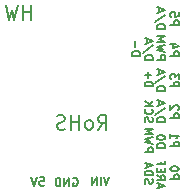
<source format=gbr>
%TF.GenerationSoftware,KiCad,Pcbnew,8.0.8+dfsg-1*%
%TF.CreationDate,2025-02-13T13:44:32+01:00*%
%TF.ProjectId,DigiKitkat,44696769-4b69-4746-9b61-742e6b696361,rev?*%
%TF.SameCoordinates,Original*%
%TF.FileFunction,Legend,Bot*%
%TF.FilePolarity,Positive*%
%FSLAX46Y46*%
G04 Gerber Fmt 4.6, Leading zero omitted, Abs format (unit mm)*
G04 Created by KiCad (PCBNEW 8.0.8+dfsg-1) date 2025-02-13 13:44:32*
%MOMM*%
%LPD*%
G01*
G04 APERTURE LIST*
%ADD10C,0.152000*%
%ADD11C,0.200000*%
G04 APERTURE END LIST*
D10*
X156875320Y-111302776D02*
X156875320Y-110969443D01*
X156675320Y-111369443D02*
X157375320Y-111136110D01*
X157375320Y-111136110D02*
X156675320Y-110902776D01*
X156675320Y-110269443D02*
X157008654Y-110502776D01*
X156675320Y-110669443D02*
X157375320Y-110669443D01*
X157375320Y-110669443D02*
X157375320Y-110402776D01*
X157375320Y-110402776D02*
X157341987Y-110336110D01*
X157341987Y-110336110D02*
X157308654Y-110302776D01*
X157308654Y-110302776D02*
X157241987Y-110269443D01*
X157241987Y-110269443D02*
X157141987Y-110269443D01*
X157141987Y-110269443D02*
X157075320Y-110302776D01*
X157075320Y-110302776D02*
X157041987Y-110336110D01*
X157041987Y-110336110D02*
X157008654Y-110402776D01*
X157008654Y-110402776D02*
X157008654Y-110669443D01*
X157041987Y-109969443D02*
X157041987Y-109736110D01*
X156675320Y-109636110D02*
X156675320Y-109969443D01*
X156675320Y-109969443D02*
X157375320Y-109969443D01*
X157375320Y-109969443D02*
X157375320Y-109636110D01*
X157041987Y-109102777D02*
X157041987Y-109336110D01*
X156675320Y-109336110D02*
X157375320Y-109336110D01*
X157375320Y-109336110D02*
X157375320Y-109002777D01*
X156675320Y-107919443D02*
X157375320Y-107919443D01*
X157375320Y-107919443D02*
X157375320Y-107752776D01*
X157375320Y-107752776D02*
X157341987Y-107652776D01*
X157341987Y-107652776D02*
X157275320Y-107586110D01*
X157275320Y-107586110D02*
X157208654Y-107552776D01*
X157208654Y-107552776D02*
X157075320Y-107519443D01*
X157075320Y-107519443D02*
X156975320Y-107519443D01*
X156975320Y-107519443D02*
X156841987Y-107552776D01*
X156841987Y-107552776D02*
X156775320Y-107586110D01*
X156775320Y-107586110D02*
X156708654Y-107652776D01*
X156708654Y-107652776D02*
X156675320Y-107752776D01*
X156675320Y-107752776D02*
X156675320Y-107919443D01*
X157375320Y-107086110D02*
X157375320Y-107019443D01*
X157375320Y-107019443D02*
X157341987Y-106952776D01*
X157341987Y-106952776D02*
X157308654Y-106919443D01*
X157308654Y-106919443D02*
X157241987Y-106886110D01*
X157241987Y-106886110D02*
X157108654Y-106852776D01*
X157108654Y-106852776D02*
X156941987Y-106852776D01*
X156941987Y-106852776D02*
X156808654Y-106886110D01*
X156808654Y-106886110D02*
X156741987Y-106919443D01*
X156741987Y-106919443D02*
X156708654Y-106952776D01*
X156708654Y-106952776D02*
X156675320Y-107019443D01*
X156675320Y-107019443D02*
X156675320Y-107086110D01*
X156675320Y-107086110D02*
X156708654Y-107152776D01*
X156708654Y-107152776D02*
X156741987Y-107186110D01*
X156741987Y-107186110D02*
X156808654Y-107219443D01*
X156808654Y-107219443D02*
X156941987Y-107252776D01*
X156941987Y-107252776D02*
X157108654Y-107252776D01*
X157108654Y-107252776D02*
X157241987Y-107219443D01*
X157241987Y-107219443D02*
X157308654Y-107186110D01*
X157308654Y-107186110D02*
X157341987Y-107152776D01*
X157341987Y-107152776D02*
X157375320Y-107086110D01*
X156675320Y-105719443D02*
X157375320Y-105719443D01*
X157375320Y-105719443D02*
X157375320Y-105552776D01*
X157375320Y-105552776D02*
X157341987Y-105452776D01*
X157341987Y-105452776D02*
X157275320Y-105386110D01*
X157275320Y-105386110D02*
X157208654Y-105352776D01*
X157208654Y-105352776D02*
X157075320Y-105319443D01*
X157075320Y-105319443D02*
X156975320Y-105319443D01*
X156975320Y-105319443D02*
X156841987Y-105352776D01*
X156841987Y-105352776D02*
X156775320Y-105386110D01*
X156775320Y-105386110D02*
X156708654Y-105452776D01*
X156708654Y-105452776D02*
X156675320Y-105552776D01*
X156675320Y-105552776D02*
X156675320Y-105719443D01*
X157408654Y-104519443D02*
X156508654Y-105119443D01*
X156875320Y-104319443D02*
X156875320Y-103986110D01*
X156675320Y-104386110D02*
X157375320Y-104152777D01*
X157375320Y-104152777D02*
X156675320Y-103919443D01*
X156675320Y-103079723D02*
X157375320Y-103079723D01*
X157375320Y-103079723D02*
X157375320Y-102913056D01*
X157375320Y-102913056D02*
X157341987Y-102813056D01*
X157341987Y-102813056D02*
X157275320Y-102746390D01*
X157275320Y-102746390D02*
X157208654Y-102713056D01*
X157208654Y-102713056D02*
X157075320Y-102679723D01*
X157075320Y-102679723D02*
X156975320Y-102679723D01*
X156975320Y-102679723D02*
X156841987Y-102713056D01*
X156841987Y-102713056D02*
X156775320Y-102746390D01*
X156775320Y-102746390D02*
X156708654Y-102813056D01*
X156708654Y-102813056D02*
X156675320Y-102913056D01*
X156675320Y-102913056D02*
X156675320Y-103079723D01*
X157408654Y-101879723D02*
X156508654Y-102479723D01*
X156875320Y-101679723D02*
X156875320Y-101346390D01*
X156675320Y-101746390D02*
X157375320Y-101513057D01*
X157375320Y-101513057D02*
X156675320Y-101279723D01*
X156675320Y-100461323D02*
X157375320Y-100461323D01*
X157375320Y-100461323D02*
X157375320Y-100194656D01*
X157375320Y-100194656D02*
X157341987Y-100127990D01*
X157341987Y-100127990D02*
X157308654Y-100094656D01*
X157308654Y-100094656D02*
X157241987Y-100061323D01*
X157241987Y-100061323D02*
X157141987Y-100061323D01*
X157141987Y-100061323D02*
X157075320Y-100094656D01*
X157075320Y-100094656D02*
X157041987Y-100127990D01*
X157041987Y-100127990D02*
X157008654Y-100194656D01*
X157008654Y-100194656D02*
X157008654Y-100461323D01*
X157375320Y-99827990D02*
X156675320Y-99661323D01*
X156675320Y-99661323D02*
X157175320Y-99527990D01*
X157175320Y-99527990D02*
X156675320Y-99394656D01*
X156675320Y-99394656D02*
X157375320Y-99227990D01*
X156675320Y-98961323D02*
X157375320Y-98961323D01*
X157375320Y-98961323D02*
X156875320Y-98727990D01*
X156875320Y-98727990D02*
X157375320Y-98494656D01*
X157375320Y-98494656D02*
X156675320Y-98494656D01*
X156675320Y-97840293D02*
X157375320Y-97840293D01*
X157375320Y-97840293D02*
X157375320Y-97673626D01*
X157375320Y-97673626D02*
X157341987Y-97573626D01*
X157341987Y-97573626D02*
X157275320Y-97506960D01*
X157275320Y-97506960D02*
X157208654Y-97473626D01*
X157208654Y-97473626D02*
X157075320Y-97440293D01*
X157075320Y-97440293D02*
X156975320Y-97440293D01*
X156975320Y-97440293D02*
X156841987Y-97473626D01*
X156841987Y-97473626D02*
X156775320Y-97506960D01*
X156775320Y-97506960D02*
X156708654Y-97573626D01*
X156708654Y-97573626D02*
X156675320Y-97673626D01*
X156675320Y-97673626D02*
X156675320Y-97840293D01*
X157408654Y-96640293D02*
X156508654Y-97240293D01*
X156875320Y-96440293D02*
X156875320Y-96106960D01*
X156675320Y-96506960D02*
X157375320Y-96273627D01*
X157375320Y-96273627D02*
X156675320Y-96040293D01*
X154579550Y-100111443D02*
X155279550Y-100111443D01*
X155279550Y-100111443D02*
X155279550Y-99944776D01*
X155279550Y-99944776D02*
X155246217Y-99844776D01*
X155246217Y-99844776D02*
X155179550Y-99778110D01*
X155179550Y-99778110D02*
X155112884Y-99744776D01*
X155112884Y-99744776D02*
X154979550Y-99711443D01*
X154979550Y-99711443D02*
X154879550Y-99711443D01*
X154879550Y-99711443D02*
X154746217Y-99744776D01*
X154746217Y-99744776D02*
X154679550Y-99778110D01*
X154679550Y-99778110D02*
X154612884Y-99844776D01*
X154612884Y-99844776D02*
X154579550Y-99944776D01*
X154579550Y-99944776D02*
X154579550Y-100111443D01*
X154846217Y-99411443D02*
X154846217Y-98878110D01*
X155642700Y-102729833D02*
X156342700Y-102729833D01*
X156342700Y-102729833D02*
X156342700Y-102563166D01*
X156342700Y-102563166D02*
X156309367Y-102463166D01*
X156309367Y-102463166D02*
X156242700Y-102396500D01*
X156242700Y-102396500D02*
X156176034Y-102363166D01*
X156176034Y-102363166D02*
X156042700Y-102329833D01*
X156042700Y-102329833D02*
X155942700Y-102329833D01*
X155942700Y-102329833D02*
X155809367Y-102363166D01*
X155809367Y-102363166D02*
X155742700Y-102396500D01*
X155742700Y-102396500D02*
X155676034Y-102463166D01*
X155676034Y-102463166D02*
X155642700Y-102563166D01*
X155642700Y-102563166D02*
X155642700Y-102729833D01*
X155909367Y-102029833D02*
X155909367Y-101496500D01*
X155642700Y-101763166D02*
X156176034Y-101763166D01*
X155642710Y-100461323D02*
X156342710Y-100461323D01*
X156342710Y-100461323D02*
X156342710Y-100294656D01*
X156342710Y-100294656D02*
X156309377Y-100194656D01*
X156309377Y-100194656D02*
X156242710Y-100127990D01*
X156242710Y-100127990D02*
X156176044Y-100094656D01*
X156176044Y-100094656D02*
X156042710Y-100061323D01*
X156042710Y-100061323D02*
X155942710Y-100061323D01*
X155942710Y-100061323D02*
X155809377Y-100094656D01*
X155809377Y-100094656D02*
X155742710Y-100127990D01*
X155742710Y-100127990D02*
X155676044Y-100194656D01*
X155676044Y-100194656D02*
X155642710Y-100294656D01*
X155642710Y-100294656D02*
X155642710Y-100461323D01*
X156376044Y-99261323D02*
X155476044Y-99861323D01*
X155842710Y-99061323D02*
X155842710Y-98727990D01*
X155642710Y-99127990D02*
X156342710Y-98894657D01*
X156342710Y-98894657D02*
X155642710Y-98661323D01*
X155642710Y-108269323D02*
X156342710Y-108269323D01*
X156342710Y-108269323D02*
X156342710Y-108002656D01*
X156342710Y-108002656D02*
X156309377Y-107935990D01*
X156309377Y-107935990D02*
X156276044Y-107902656D01*
X156276044Y-107902656D02*
X156209377Y-107869323D01*
X156209377Y-107869323D02*
X156109377Y-107869323D01*
X156109377Y-107869323D02*
X156042710Y-107902656D01*
X156042710Y-107902656D02*
X156009377Y-107935990D01*
X156009377Y-107935990D02*
X155976044Y-108002656D01*
X155976044Y-108002656D02*
X155976044Y-108269323D01*
X156342710Y-107635990D02*
X155642710Y-107469323D01*
X155642710Y-107469323D02*
X156142710Y-107335990D01*
X156142710Y-107335990D02*
X155642710Y-107202656D01*
X155642710Y-107202656D02*
X156342710Y-107035990D01*
X155642710Y-106769323D02*
X156342710Y-106769323D01*
X156342710Y-106769323D02*
X155842710Y-106535990D01*
X155842710Y-106535990D02*
X156342710Y-106302656D01*
X156342710Y-106302656D02*
X155642710Y-106302656D01*
X155676034Y-105752776D02*
X155642700Y-105652776D01*
X155642700Y-105652776D02*
X155642700Y-105486110D01*
X155642700Y-105486110D02*
X155676034Y-105419443D01*
X155676034Y-105419443D02*
X155709367Y-105386110D01*
X155709367Y-105386110D02*
X155776034Y-105352776D01*
X155776034Y-105352776D02*
X155842700Y-105352776D01*
X155842700Y-105352776D02*
X155909367Y-105386110D01*
X155909367Y-105386110D02*
X155942700Y-105419443D01*
X155942700Y-105419443D02*
X155976034Y-105486110D01*
X155976034Y-105486110D02*
X156009367Y-105619443D01*
X156009367Y-105619443D02*
X156042700Y-105686110D01*
X156042700Y-105686110D02*
X156076034Y-105719443D01*
X156076034Y-105719443D02*
X156142700Y-105752776D01*
X156142700Y-105752776D02*
X156209367Y-105752776D01*
X156209367Y-105752776D02*
X156276034Y-105719443D01*
X156276034Y-105719443D02*
X156309367Y-105686110D01*
X156309367Y-105686110D02*
X156342700Y-105619443D01*
X156342700Y-105619443D02*
X156342700Y-105452776D01*
X156342700Y-105452776D02*
X156309367Y-105352776D01*
X155709367Y-104652776D02*
X155676034Y-104686109D01*
X155676034Y-104686109D02*
X155642700Y-104786109D01*
X155642700Y-104786109D02*
X155642700Y-104852776D01*
X155642700Y-104852776D02*
X155676034Y-104952776D01*
X155676034Y-104952776D02*
X155742700Y-105019443D01*
X155742700Y-105019443D02*
X155809367Y-105052776D01*
X155809367Y-105052776D02*
X155942700Y-105086109D01*
X155942700Y-105086109D02*
X156042700Y-105086109D01*
X156042700Y-105086109D02*
X156176034Y-105052776D01*
X156176034Y-105052776D02*
X156242700Y-105019443D01*
X156242700Y-105019443D02*
X156309367Y-104952776D01*
X156309367Y-104952776D02*
X156342700Y-104852776D01*
X156342700Y-104852776D02*
X156342700Y-104786109D01*
X156342700Y-104786109D02*
X156309367Y-104686109D01*
X156309367Y-104686109D02*
X156276034Y-104652776D01*
X155642700Y-104352776D02*
X156342700Y-104352776D01*
X155642700Y-103952776D02*
X156042700Y-104252776D01*
X156342700Y-103952776D02*
X155942700Y-104352776D01*
X155676044Y-110952886D02*
X155642710Y-110852886D01*
X155642710Y-110852886D02*
X155642710Y-110686220D01*
X155642710Y-110686220D02*
X155676044Y-110619553D01*
X155676044Y-110619553D02*
X155709377Y-110586220D01*
X155709377Y-110586220D02*
X155776044Y-110552886D01*
X155776044Y-110552886D02*
X155842710Y-110552886D01*
X155842710Y-110552886D02*
X155909377Y-110586220D01*
X155909377Y-110586220D02*
X155942710Y-110619553D01*
X155942710Y-110619553D02*
X155976044Y-110686220D01*
X155976044Y-110686220D02*
X156009377Y-110819553D01*
X156009377Y-110819553D02*
X156042710Y-110886220D01*
X156042710Y-110886220D02*
X156076044Y-110919553D01*
X156076044Y-110919553D02*
X156142710Y-110952886D01*
X156142710Y-110952886D02*
X156209377Y-110952886D01*
X156209377Y-110952886D02*
X156276044Y-110919553D01*
X156276044Y-110919553D02*
X156309377Y-110886220D01*
X156309377Y-110886220D02*
X156342710Y-110819553D01*
X156342710Y-110819553D02*
X156342710Y-110652886D01*
X156342710Y-110652886D02*
X156309377Y-110552886D01*
X155642710Y-110252886D02*
X156342710Y-110252886D01*
X156342710Y-110252886D02*
X156342710Y-110086219D01*
X156342710Y-110086219D02*
X156309377Y-109986219D01*
X156309377Y-109986219D02*
X156242710Y-109919553D01*
X156242710Y-109919553D02*
X156176044Y-109886219D01*
X156176044Y-109886219D02*
X156042710Y-109852886D01*
X156042710Y-109852886D02*
X155942710Y-109852886D01*
X155942710Y-109852886D02*
X155809377Y-109886219D01*
X155809377Y-109886219D02*
X155742710Y-109919553D01*
X155742710Y-109919553D02*
X155676044Y-109986219D01*
X155676044Y-109986219D02*
X155642710Y-110086219D01*
X155642710Y-110086219D02*
X155642710Y-110252886D01*
X155842710Y-109586219D02*
X155842710Y-109252886D01*
X155642710Y-109652886D02*
X156342710Y-109419553D01*
X156342710Y-109419553D02*
X155642710Y-109186219D01*
X146763500Y-110428279D02*
X147096833Y-110428279D01*
X147096833Y-110428279D02*
X147130166Y-110761612D01*
X147130166Y-110761612D02*
X147096833Y-110728279D01*
X147096833Y-110728279D02*
X147030166Y-110694946D01*
X147030166Y-110694946D02*
X146863500Y-110694946D01*
X146863500Y-110694946D02*
X146796833Y-110728279D01*
X146796833Y-110728279D02*
X146763500Y-110761612D01*
X146763500Y-110761612D02*
X146730166Y-110828279D01*
X146730166Y-110828279D02*
X146730166Y-110994946D01*
X146730166Y-110994946D02*
X146763500Y-111061612D01*
X146763500Y-111061612D02*
X146796833Y-111094946D01*
X146796833Y-111094946D02*
X146863500Y-111128279D01*
X146863500Y-111128279D02*
X147030166Y-111128279D01*
X147030166Y-111128279D02*
X147096833Y-111094946D01*
X147096833Y-111094946D02*
X147130166Y-111061612D01*
X146530166Y-110428279D02*
X146296833Y-111128279D01*
X146296833Y-111128279D02*
X146063499Y-110428279D01*
X149580166Y-110511612D02*
X149646833Y-110478279D01*
X149646833Y-110478279D02*
X149746833Y-110478279D01*
X149746833Y-110478279D02*
X149846833Y-110511612D01*
X149846833Y-110511612D02*
X149913500Y-110578279D01*
X149913500Y-110578279D02*
X149946833Y-110644946D01*
X149946833Y-110644946D02*
X149980166Y-110778279D01*
X149980166Y-110778279D02*
X149980166Y-110878279D01*
X149980166Y-110878279D02*
X149946833Y-111011612D01*
X149946833Y-111011612D02*
X149913500Y-111078279D01*
X149913500Y-111078279D02*
X149846833Y-111144946D01*
X149846833Y-111144946D02*
X149746833Y-111178279D01*
X149746833Y-111178279D02*
X149680166Y-111178279D01*
X149680166Y-111178279D02*
X149580166Y-111144946D01*
X149580166Y-111144946D02*
X149546833Y-111111612D01*
X149546833Y-111111612D02*
X149546833Y-110878279D01*
X149546833Y-110878279D02*
X149680166Y-110878279D01*
X149246833Y-111178279D02*
X149246833Y-110478279D01*
X149246833Y-110478279D02*
X148846833Y-111178279D01*
X148846833Y-111178279D02*
X148846833Y-110478279D01*
X148513500Y-111178279D02*
X148513500Y-110478279D01*
X148513500Y-110478279D02*
X148346833Y-110478279D01*
X148346833Y-110478279D02*
X148246833Y-110511612D01*
X148246833Y-110511612D02*
X148180167Y-110578279D01*
X148180167Y-110578279D02*
X148146833Y-110644946D01*
X148146833Y-110644946D02*
X148113500Y-110778279D01*
X148113500Y-110778279D02*
X148113500Y-110878279D01*
X148113500Y-110878279D02*
X148146833Y-111011612D01*
X148146833Y-111011612D02*
X148180167Y-111078279D01*
X148180167Y-111078279D02*
X148246833Y-111144946D01*
X148246833Y-111144946D02*
X148346833Y-111178279D01*
X148346833Y-111178279D02*
X148513500Y-111178279D01*
X152641193Y-110369769D02*
X152407860Y-111069769D01*
X152407860Y-111069769D02*
X152174526Y-110369769D01*
X151941193Y-111069769D02*
X151941193Y-110369769D01*
X151607860Y-111069769D02*
X151607860Y-110369769D01*
X151607860Y-110369769D02*
X151207860Y-111069769D01*
X151207860Y-111069769D02*
X151207860Y-110369769D01*
D11*
X146048207Y-97077842D02*
X146048207Y-95877842D01*
X146048207Y-96449271D02*
X145362493Y-96449271D01*
X145362493Y-97077842D02*
X145362493Y-95877842D01*
X144905350Y-95877842D02*
X144619636Y-97077842D01*
X144619636Y-97077842D02*
X144391064Y-96220700D01*
X144391064Y-96220700D02*
X144162493Y-97077842D01*
X144162493Y-97077842D02*
X143876779Y-95877842D01*
X151712493Y-106377842D02*
X152112493Y-105806414D01*
X152398207Y-106377842D02*
X152398207Y-105177842D01*
X152398207Y-105177842D02*
X151941064Y-105177842D01*
X151941064Y-105177842D02*
X151826779Y-105234985D01*
X151826779Y-105234985D02*
X151769636Y-105292128D01*
X151769636Y-105292128D02*
X151712493Y-105406414D01*
X151712493Y-105406414D02*
X151712493Y-105577842D01*
X151712493Y-105577842D02*
X151769636Y-105692128D01*
X151769636Y-105692128D02*
X151826779Y-105749271D01*
X151826779Y-105749271D02*
X151941064Y-105806414D01*
X151941064Y-105806414D02*
X152398207Y-105806414D01*
X151026779Y-106377842D02*
X151141064Y-106320700D01*
X151141064Y-106320700D02*
X151198207Y-106263557D01*
X151198207Y-106263557D02*
X151255350Y-106149271D01*
X151255350Y-106149271D02*
X151255350Y-105806414D01*
X151255350Y-105806414D02*
X151198207Y-105692128D01*
X151198207Y-105692128D02*
X151141064Y-105634985D01*
X151141064Y-105634985D02*
X151026779Y-105577842D01*
X151026779Y-105577842D02*
X150855350Y-105577842D01*
X150855350Y-105577842D02*
X150741064Y-105634985D01*
X150741064Y-105634985D02*
X150683922Y-105692128D01*
X150683922Y-105692128D02*
X150626779Y-105806414D01*
X150626779Y-105806414D02*
X150626779Y-106149271D01*
X150626779Y-106149271D02*
X150683922Y-106263557D01*
X150683922Y-106263557D02*
X150741064Y-106320700D01*
X150741064Y-106320700D02*
X150855350Y-106377842D01*
X150855350Y-106377842D02*
X151026779Y-106377842D01*
X150112493Y-106377842D02*
X150112493Y-105177842D01*
X150112493Y-105749271D02*
X149426779Y-105749271D01*
X149426779Y-106377842D02*
X149426779Y-105177842D01*
X148912493Y-106320700D02*
X148741065Y-106377842D01*
X148741065Y-106377842D02*
X148455350Y-106377842D01*
X148455350Y-106377842D02*
X148341065Y-106320700D01*
X148341065Y-106320700D02*
X148283922Y-106263557D01*
X148283922Y-106263557D02*
X148226779Y-106149271D01*
X148226779Y-106149271D02*
X148226779Y-106034985D01*
X148226779Y-106034985D02*
X148283922Y-105920700D01*
X148283922Y-105920700D02*
X148341065Y-105863557D01*
X148341065Y-105863557D02*
X148455350Y-105806414D01*
X148455350Y-105806414D02*
X148683922Y-105749271D01*
X148683922Y-105749271D02*
X148798207Y-105692128D01*
X148798207Y-105692128D02*
X148855350Y-105634985D01*
X148855350Y-105634985D02*
X148912493Y-105520700D01*
X148912493Y-105520700D02*
X148912493Y-105406414D01*
X148912493Y-105406414D02*
X148855350Y-105292128D01*
X148855350Y-105292128D02*
X148798207Y-105234985D01*
X148798207Y-105234985D02*
X148683922Y-105177842D01*
X148683922Y-105177842D02*
X148398207Y-105177842D01*
X148398207Y-105177842D02*
X148226779Y-105234985D01*
D10*
X157818580Y-97493043D02*
X158518580Y-97493043D01*
X158518580Y-97493043D02*
X158518580Y-97226376D01*
X158518580Y-97226376D02*
X158485247Y-97159710D01*
X158485247Y-97159710D02*
X158451914Y-97126376D01*
X158451914Y-97126376D02*
X158385247Y-97093043D01*
X158385247Y-97093043D02*
X158285247Y-97093043D01*
X158285247Y-97093043D02*
X158218580Y-97126376D01*
X158218580Y-97126376D02*
X158185247Y-97159710D01*
X158185247Y-97159710D02*
X158151914Y-97226376D01*
X158151914Y-97226376D02*
X158151914Y-97493043D01*
X158518580Y-96459710D02*
X158518580Y-96793043D01*
X158518580Y-96793043D02*
X158185247Y-96826376D01*
X158185247Y-96826376D02*
X158218580Y-96793043D01*
X158218580Y-96793043D02*
X158251914Y-96726376D01*
X158251914Y-96726376D02*
X158251914Y-96559710D01*
X158251914Y-96559710D02*
X158218580Y-96493043D01*
X158218580Y-96493043D02*
X158185247Y-96459710D01*
X158185247Y-96459710D02*
X158118580Y-96426376D01*
X158118580Y-96426376D02*
X157951914Y-96426376D01*
X157951914Y-96426376D02*
X157885247Y-96459710D01*
X157885247Y-96459710D02*
X157851914Y-96493043D01*
X157851914Y-96493043D02*
X157818580Y-96559710D01*
X157818580Y-96559710D02*
X157818580Y-96726376D01*
X157818580Y-96726376D02*
X157851914Y-96793043D01*
X157851914Y-96793043D02*
X157885247Y-96826376D01*
X157818580Y-100111443D02*
X158518580Y-100111443D01*
X158518580Y-100111443D02*
X158518580Y-99844776D01*
X158518580Y-99844776D02*
X158485247Y-99778110D01*
X158485247Y-99778110D02*
X158451914Y-99744776D01*
X158451914Y-99744776D02*
X158385247Y-99711443D01*
X158385247Y-99711443D02*
X158285247Y-99711443D01*
X158285247Y-99711443D02*
X158218580Y-99744776D01*
X158218580Y-99744776D02*
X158185247Y-99778110D01*
X158185247Y-99778110D02*
X158151914Y-99844776D01*
X158151914Y-99844776D02*
X158151914Y-100111443D01*
X158285247Y-99111443D02*
X157818580Y-99111443D01*
X158551914Y-99278110D02*
X158051914Y-99444776D01*
X158051914Y-99444776D02*
X158051914Y-99011443D01*
X157818580Y-102729833D02*
X158518580Y-102729833D01*
X158518580Y-102729833D02*
X158518580Y-102463166D01*
X158518580Y-102463166D02*
X158485247Y-102396500D01*
X158485247Y-102396500D02*
X158451914Y-102363166D01*
X158451914Y-102363166D02*
X158385247Y-102329833D01*
X158385247Y-102329833D02*
X158285247Y-102329833D01*
X158285247Y-102329833D02*
X158218580Y-102363166D01*
X158218580Y-102363166D02*
X158185247Y-102396500D01*
X158185247Y-102396500D02*
X158151914Y-102463166D01*
X158151914Y-102463166D02*
X158151914Y-102729833D01*
X158518580Y-102096500D02*
X158518580Y-101663166D01*
X158518580Y-101663166D02*
X158251914Y-101896500D01*
X158251914Y-101896500D02*
X158251914Y-101796500D01*
X158251914Y-101796500D02*
X158218580Y-101729833D01*
X158218580Y-101729833D02*
X158185247Y-101696500D01*
X158185247Y-101696500D02*
X158118580Y-101663166D01*
X158118580Y-101663166D02*
X157951914Y-101663166D01*
X157951914Y-101663166D02*
X157885247Y-101696500D01*
X157885247Y-101696500D02*
X157851914Y-101729833D01*
X157851914Y-101729833D02*
X157818580Y-101796500D01*
X157818580Y-101796500D02*
X157818580Y-101996500D01*
X157818580Y-101996500D02*
X157851914Y-102063166D01*
X157851914Y-102063166D02*
X157885247Y-102096500D01*
X157818580Y-105369553D02*
X158518580Y-105369553D01*
X158518580Y-105369553D02*
X158518580Y-105102886D01*
X158518580Y-105102886D02*
X158485247Y-105036220D01*
X158485247Y-105036220D02*
X158451914Y-105002886D01*
X158451914Y-105002886D02*
X158385247Y-104969553D01*
X158385247Y-104969553D02*
X158285247Y-104969553D01*
X158285247Y-104969553D02*
X158218580Y-105002886D01*
X158218580Y-105002886D02*
X158185247Y-105036220D01*
X158185247Y-105036220D02*
X158151914Y-105102886D01*
X158151914Y-105102886D02*
X158151914Y-105369553D01*
X158451914Y-104702886D02*
X158485247Y-104669553D01*
X158485247Y-104669553D02*
X158518580Y-104602886D01*
X158518580Y-104602886D02*
X158518580Y-104436220D01*
X158518580Y-104436220D02*
X158485247Y-104369553D01*
X158485247Y-104369553D02*
X158451914Y-104336220D01*
X158451914Y-104336220D02*
X158385247Y-104302886D01*
X158385247Y-104302886D02*
X158318580Y-104302886D01*
X158318580Y-104302886D02*
X158218580Y-104336220D01*
X158218580Y-104336220D02*
X157818580Y-104736220D01*
X157818580Y-104736220D02*
X157818580Y-104302886D01*
X157818580Y-110569663D02*
X158518580Y-110569663D01*
X158518580Y-110569663D02*
X158518580Y-110302996D01*
X158518580Y-110302996D02*
X158485247Y-110236330D01*
X158485247Y-110236330D02*
X158451914Y-110202996D01*
X158451914Y-110202996D02*
X158385247Y-110169663D01*
X158385247Y-110169663D02*
X158285247Y-110169663D01*
X158285247Y-110169663D02*
X158218580Y-110202996D01*
X158218580Y-110202996D02*
X158185247Y-110236330D01*
X158185247Y-110236330D02*
X158151914Y-110302996D01*
X158151914Y-110302996D02*
X158151914Y-110569663D01*
X158518580Y-109736330D02*
X158518580Y-109669663D01*
X158518580Y-109669663D02*
X158485247Y-109602996D01*
X158485247Y-109602996D02*
X158451914Y-109569663D01*
X158451914Y-109569663D02*
X158385247Y-109536330D01*
X158385247Y-109536330D02*
X158251914Y-109502996D01*
X158251914Y-109502996D02*
X158085247Y-109502996D01*
X158085247Y-109502996D02*
X157951914Y-109536330D01*
X157951914Y-109536330D02*
X157885247Y-109569663D01*
X157885247Y-109569663D02*
X157851914Y-109602996D01*
X157851914Y-109602996D02*
X157818580Y-109669663D01*
X157818580Y-109669663D02*
X157818580Y-109736330D01*
X157818580Y-109736330D02*
X157851914Y-109802996D01*
X157851914Y-109802996D02*
X157885247Y-109836330D01*
X157885247Y-109836330D02*
X157951914Y-109869663D01*
X157951914Y-109869663D02*
X158085247Y-109902996D01*
X158085247Y-109902996D02*
X158251914Y-109902996D01*
X158251914Y-109902996D02*
X158385247Y-109869663D01*
X158385247Y-109869663D02*
X158451914Y-109836330D01*
X158451914Y-109836330D02*
X158485247Y-109802996D01*
X158485247Y-109802996D02*
X158518580Y-109736330D01*
X157818580Y-107802813D02*
X158518580Y-107802813D01*
X158518580Y-107802813D02*
X158518580Y-107536146D01*
X158518580Y-107536146D02*
X158485247Y-107469480D01*
X158485247Y-107469480D02*
X158451914Y-107436146D01*
X158451914Y-107436146D02*
X158385247Y-107402813D01*
X158385247Y-107402813D02*
X158285247Y-107402813D01*
X158285247Y-107402813D02*
X158218580Y-107436146D01*
X158218580Y-107436146D02*
X158185247Y-107469480D01*
X158185247Y-107469480D02*
X158151914Y-107536146D01*
X158151914Y-107536146D02*
X158151914Y-107802813D01*
X157818580Y-106736146D02*
X157818580Y-107136146D01*
X157818580Y-106936146D02*
X158518580Y-106936146D01*
X158518580Y-106936146D02*
X158418580Y-107002813D01*
X158418580Y-107002813D02*
X158351914Y-107069480D01*
X158351914Y-107069480D02*
X158318580Y-107136146D01*
M02*

</source>
